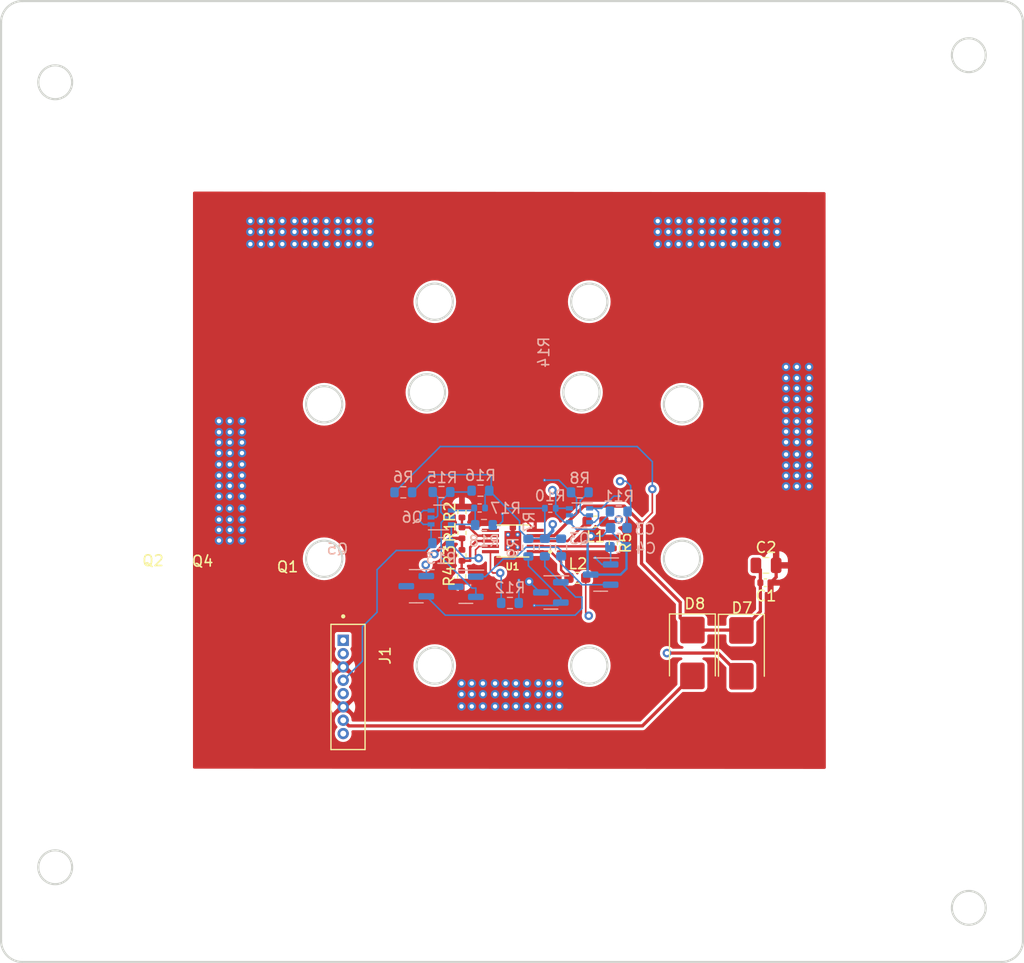
<source format=kicad_pcb>
(kicad_pcb (version 20221018) (generator pcbnew)
  (layers (0 "F.Cu" signal) (1 "In1.Cu" power) (2 "In2.Cu" jumper) (3 "In3.Cu" signal) (4 "In4.Cu" signal) (5 "In5.Cu" signal) (6 "In6.Cu" signal) (31 "B.Cu" signal) (34 "B.Paste" user) (35 "F.Paste" user) (36 "B.SilkS" user "B.Silkscreen") (37 "F.SilkS" user "F.Silkscreen") (38 "B.Mask" user) (39 "F.Mask" user) (44 "Edge.Cuts" user))
  (net 0 "")
  (net 1 "Net-(D7-K)")
  (net 2 "GND")
  (net 3 "Net-(Q2-G)")
  (net 4 "Net-(Q5-G)")
  (net 5 "+3.3V")
  (net 6 "VBATT")
  (net 7 "SCL1_b4iso")
  (net 8 "/VBURN")
  (net 9 "/VSOLAR")
  (net 10 "SDA1_b4iso")
  (net 11 "/coils")
  (net 12 "Net-(U1-OUT1)")
  (net 13 "Net-(U1-OUT2)")
  (net 14 "Net-(Q1-G)")
  (net 15 "Net-(Q1-S)")
  (net 16 "Net-(Q3A-B1)")
  (net 17 "SCL")
  (net 18 "Net-(Q4-G)")
  (net 19 "Net-(Q4-S)")
  (net 20 "Net-(Q6A-B1)")
  (net 21 "SDA")
  (net 22 "Net-(U1-A0)")
  (net 23 "Net-(U1-A1)")
  (net 24 "Net-(U1-ISENSE)")
  (footprint "Inductor_SMD:L_0603_1608Metric" (layer "F.Cu") (at 160.3755 98.9076 180)
    (fp_text reference "L1")
    (fp_text value "TBD" hide)
  )
  (footprint "Inductor_SMD:L_0603_1608Metric" (layer "F.Cu") (at 158.6738 104.1908 180)
    (fp_text reference "L2")
    (fp_text value "TBD" hide)
  )
  (footprint "Resistor_SMD:R_0402_1005Metric" (layer "F.Cu") (at 162.052 100.9142 90)
    (fp_text reference "R5")
    (fp_text value "0" hide)
  )
  (footprint "Diode_SMD:D_SMB" (layer "F.Cu") (at 169.4688 111.243 -90)
    (fp_text reference "D8")
    (fp_text value "B220")
  )
  (footprint "Resistor_SMD:R_0402_1005Metric" (layer "F.Cu") (at 147.8449 99.9744 -90)
    (fp_text reference "R1")
    (fp_text value "0" hide)
  )
  (footprint "0530470810:MOLEX_0530470810" (layer "F.Cu") (at 137.1528 114.4316 -90)
    (fp_text reference "J1")
    (fp_text value "0530470810")
  )
  (footprint "Diode_SMD:D_SMB" (layer "F.Cu") (at 174.0662 111.2774 -90)
    (fp_text reference "D7")
    (fp_text value "B220")
  )
  (footprint "Resistor_SMD:R_0402_1005Metric" (layer "F.Cu") (at 147.8195 104.0384 90)
    (fp_text reference "R4")
    (fp_text value "0" hide)
  )
  (footprint "Resistor_SMD:R_0402_1005Metric" (layer "F.Cu") (at 147.8449 102.0826 90)
    (fp_text reference "R3")
    (fp_text value "0" hide)
  )
  (footprint "Resistor_SMD:R_0402_1005Metric" (layer "F.Cu") (at 147.8449 98.0186 -90)
    (fp_text reference "R2")
    (fp_text value "0" hide)
  )
  (footprint "Capacitor_SMD:C_0805_2012Metric" (layer "F.Cu") (at 176.3776 103.0224)
    (fp_text reference "C2")
    (fp_text value "10uF" hide)
  )
  (footprint "Capacitor_SMD:C_0402_1005Metric" (layer "F.Cu") (at 176.3268 104.648)
    (fp_text reference "C1")
    (fp_text value "0.1uF" hide)
  )
  (footprint "DRV8830DGQ:IC_XTR111AIDGQR" (layer "F.Cu") (at 152.6201 100.7364 180)
    (fp_text reference "U1")
    (fp_text value "DRV8830DGQ" hide)
  )
  (footprint "Capacitor_SMD:C_0603_1608Metric" (layer "B.Cu") (at 162.5092 101.2952)
    (fp_text reference "C4")
    (fp_text value "10nF" hide)
  )
  (footprint "Package_TO_SOT_SMD:SOT-23" (layer "B.Cu") (at 160.8582 103.886 180)
    (fp_text reference "Q5")
    (fp_text value "BSS138" hide)
  )
  (footprint "Resistor_SMD:R_0603_1608Metric" (layer "B.Cu") (at 152.3492 106.553 180)
    (fp_text reference "R12")
    (fp_text value "0" hide)
  )
  (footprint "Package_TO_SOT_SMD:SOT-23" (layer "B.Cu") (at 156.1846 105.5624 180)
    (fp_text reference "Q1")
    (fp_text value "BSS138" hide)
  )
  (footprint "Resistor_SMD:R_0402_1005Metric" (layer "B.Cu") (at 149.5044 97.6376)
    (fp_text reference "R17")
    (fp_text value "10K" hide)
  )
  (footprint "Resistor_SMD:R_0402_1005Metric" (layer "B.Cu") (at 156.1338 97.663 180)
    (fp_text reference "R10")
    (fp_text value "10K" hide)
  )
  (footprint "Resistor_SMD:R_0603_1608Metric" (layer "B.Cu") (at 149.5806 96.012 180)
    (fp_text reference "R16")
    (fp_text value "10K" hide)
  )
  (footprint "Resistor_SMD:R_0603_1608Metric" (layer "B.Cu") (at 155.6258 101.346 90)
    (fp_text reference "R7")
    (fp_text value "10K" hide)
  )
  (footprint "Resistor_SMD:R_0603_1608Metric" (layer "B.Cu") (at 154.0764 101.3592 -90)
    (fp_text reference "R9")
    (fp_text value "10K" hide)
  )
  (footprint "Capacitor_SMD:C_0603_1608Metric" (layer "B.Cu") (at 162.56 99.5172 180)
    (fp_text reference "C3")
    (fp_text value "10nF" hide)
  )
  (footprint "Package_TO_SOT_SMD:SOT-23" (layer "B.Cu") (at 148.209 105.029 180)
    (fp_text reference "Q4")
    (fp_text value "BSS138" hide)
  )
  (footprint "Resistor_SMD:R_0603_1608Metric" (layer "B.Cu") (at 162.56 97.9678 180)
    (fp_text reference "R11")
    (fp_text value "100K" hide)
  )
  (footprint "Resistor_SMD:R_0603_1608Metric" (layer "B.Cu") (at 145.923 96.139)
    (fp_text reference "R15")
    (fp_text value "600" hide)
  )
  (footprint "Resistor_SMD:R_0603_1608Metric" (layer "B.Cu") (at 158.9024 96.1644)
    (fp_text reference "R8")
    (fp_text value "600" hide)
  )
  (footprint "Package_TO_SOT_SMD:SOT-23" (layer "B.Cu") (at 143.5608 104.9782 180)
    (fp_text reference "Q2")
    (fp_text value "BSS138" hide)
  )
  (footprint "Resistor_SMD:R_0603_1608Metric" (layer "B.Cu") (at 149.9108 99.2378 180)
    (fp_text reference "R18")
    (fp_text value "100K" hide)
  )
  (footprint "Resistor_SMD:R_0603_1608Metric" (layer "B.Cu") (at 145.8976 100.9396)
    (fp_text reference "R13")
    (fp_text value "0" hide)
  )
  (footprint "Resistor_SMD:R_0603_1608Metric" (layer "B.Cu") (at 142.3416 96.1644 180)
    (fp_text reference "R6")
    (fp_text value "0" hide)
  )
  (footprint "Package_TO_SOT_SMD:SOT-363_SC-70-6" (layer "B.Cu") (at 158.877 98.3234 180)
    (fp_text reference "Q3")
    (fp_text value "MBT2222ADW1T1" hide)
  )
  (footprint "Package_TO_SOT_SMD:SOT-363_SC-70-6" (layer "B.Cu") (at 145.8976 98.5266)
    (fp_text reference "Q6")
    (fp_text value "MBT2222ADW1T1" hide)
  )
  (footprint "Resistor_SMD:R_0603_1608Metric" (layer "B.Cu") (at 157.1498 101.346 90)
    (fp_text reference "R14")
    (fp_text value "10K" hide)
  )
  (gr_circle (center 159.059139 86.78514) (end 160.759139 86.78514) (stroke (width 0.2)) (fill none) (layer "Edge.Cuts"))
  (gr_circle (center 144.559139 86.78514) (end 146.259139 86.78514) (stroke (width 0.2)) (fill none) (layer "Edge.Cuts"))
  (gr_circle (center 109.6772 57.69) (end 111.2672 57.69) (stroke (width 0.2)) (fill none) (layer "Edge.Cuts"))
  (gr_line (start 200.4872 138.24) (end 200.4872 52.07) (stroke (width 0.2)) (layer "Edge.Cuts"))
  (gr_arc (start 200.4872 138.24) (mid 199.901414 139.654214) (end 198.4872 140.24) (stroke (width 0.2)) (layer "Edge.Cuts"))
  (gr_line (start 104.5972 52.07) (end 104.5972 138.24) (stroke (width 0.2)) (layer "Edge.Cuts"))
  (gr_circle (center 195.4072 135.16) (end 196.9972 135.16) (stroke (width 0.2)) (fill none) (layer "Edge.Cuts"))
  (gr_line (start 106.5972 140.24) (end 198.4872 140.24) (stroke (width 0.2)) (layer "Edge.Cuts"))
  (gr_circle (center 159.7922 112.426117) (end 161.4922 112.426117) (stroke (width 0.2)) (fill none) (layer "Edge.Cuts"))
  (gr_circle (center 168.491476 87.90565) (end 170.191476 87.90565) (stroke (width 0.2)) (fill none) (layer "Edge.Cuts"))
  (gr_arc (start 198.4872 50.07) (mid 199.901414 50.655786) (end 200.4872 52.07) (stroke (width 0.2)) (layer "Edge.Cuts"))
  (gr_circle (center 145.291955 78.283735) (end 146.991955 78.283735) (stroke (width 0.2)) (fill none) (layer "Edge.Cuts"))
  (gr_circle (center 134.913984 102.405286) (end 136.613984 102.405286) (stroke (width 0.2)) (fill none) (layer "Edge.Cuts"))
  (gr_circle (center 109.6772 131.35) (end 111.2672 131.35) (stroke (width 0.2)) (fill none) (layer "Edge.Cuts"))
  (gr_circle (center 145.2922 112.426117) (end 146.9922 112.426117) (stroke (width 0.2)) (fill none) (layer "Edge.Cuts"))
  (gr_circle (center 159.791955 78.283735) (end 161.491955 78.283735) (stroke (width 0.2)) (fill none) (layer "Edge.Cuts"))
  (gr_circle (center 195.4072 55.15) (end 196.9972 55.15) (stroke (width 0.2)) (fill none) (layer "Edge.Cuts"))
  (gr_circle (center 168.491476 102.40565) (end 170.191476 102.40565) (stroke (width 0.2)) (fill none) (layer "Edge.Cuts"))
  (gr_arc (start 106.5972 140.24) (mid 105.182986 139.654214) (end 104.5972 138.24) (stroke (width 0.2)) (layer "Edge.Cuts"))
  (gr_circle (center 134.913984 87.905286) (end 136.613984 87.905286) (stroke (width 0.2)) (fill none) (layer "Edge.Cuts"))
  (gr_arc (start 104.5972 52.07) (mid 105.182986 50.655786) (end 106.5972 50.07) (stroke (width 0.2)) (layer "Edge.Cuts"))
  (gr_line (start 198.4872 50.07) (end 106.5972 50.07) (stroke (width 0.2)) (layer "Edge.Cuts"))
  (segment (start 169.4688 109.093) (end 174.0318 109.093) (width 0.3048) (layer "F.Cu") (net 1))
  (segment (start 175.8468 104.648) (end 175.8468 103.4416) (width 0.3048) (layer "F.Cu") (net 1))
  (segment (start 164.6936 102.8446) (end 164.6936 99.0854) (width 0.3048) (layer "F.Cu") (net 1))
  (segment (start 165.7096 98.0694) (end 164.6936 99.0854) (width 0.1524) (layer "F.Cu") (net 1))
  (segment (start 159.2834 97.4598) (end 156.5068 100.2364) (width 0.3048) (layer "F.Cu") (net 1))
  (segment (start 156.5068 100.2364) (end 154.7201 100.2364) (width 0.3048) (layer "F.Cu") (net 1))
  (segment (start 174.0662 109.1274) (end 175.8468 107.3468) (width 0.3048) (layer "F.Cu") (net 1))
  (segment (start 174.0318 109.093) (end 174.0662 109.1274) (width 0.3048) (layer "F.Cu") (net 1))
  (segment (start 168.3258 107.95) (end 168.3258 106.4768) (width 0.3048) (layer "F.Cu") (net 1))
  (segment (start 164.6936 99.0854) (end 163.068 97.4598) (width 0.3048) (layer "F.Cu") (net 1))
  (segment (start 165.7096 95.8596) (end 165.7096 98.0694) (width 0.1524) (layer "F.Cu") (net 1))
  (segment (start 175.8468 103.4416) (end 175.4276 103.0224) (width 0.3048) (layer "F.Cu") (net 1))
  (segment (start 168.3258 106.4768) (end 164.6936 102.8446) (width 0.3048) (layer "F.Cu") (net 1))
  (segment (start 175.8468 107.3468) (end 175.8468 104.648) (width 0.3048) (layer "F.Cu") (net 1))
  (segment (start 169.4688 109.093) (end 168.3258 107.95) (width 0.3048) (layer "F.Cu") (net 1))
  (segment (start 163.068 97.4598) (end 159.2834 97.4598) (width 0.3048) (layer "F.Cu") (net 1))
  (via (at 165.7096 95.8596) (size 0.8) (drill 0.4) (layers "F.Cu" "B.Cu") (net 1))
  (segment (start 164.2872 91.8718) (end 165.7096 93.2942) (width 0.1524) (layer "B.Cu") (net 1))
  (segment (start 165.7096 93.2942) (end 165.7096 95.8596) (width 0.1524) (layer "B.Cu") (net 1))
  (segment (start 141.5166 96.1644) (end 145.8092 91.8718) (width 0.1524) (layer "B.Cu") (net 1))
  (segment (start 145.8092 91.8718) (end 164.2872 91.8718) (width 0.1524) (layer "B.Cu") (net 1))
  (segment (start 136.7028 116.3066) (end 125.0442 104.648) (width 0.1524) (layer "F.Cu") (net 2))
  (segment (start 154.7201 99.7364) (end 152.4923 97.5086) (width 0.1524) (layer "F.Cu") (net 2))
  (segment (start 160.0757 100.4042) (end 159.9438 100.2723) (width 0.1524) (layer "F.Cu") (net 2))
  (segment (start 177.3276 104.1272) (end 176.8068 104.648) (width 0.3048) (layer "F.Cu") (net 2))
  (segment (start 125.0442 104.648) (end 125.0442 100.6856) (width 0.1524) (layer "F.Cu") (net 2))
  (segment (start 177.3276 103.0224) (end 177.3276 104.1272) (width 0.3048) (layer "F.Cu") (net 2))
  (segment (start 127.2032 103.057) (end 127.2032 100.6856) (width 0.1524) (layer "F.Cu") (net 2))
  (segment (start 152.4923 97.5086) (end 147.8449 97.5086) (width 0.1524) (layer "F.Cu") (net 2))
  (segment (start 136.7028 112.5566) (end 127.2032 103.057) (width 0.1524) (layer "F.Cu") (net 2))
  (segment (start 162.052 100.4042) (end 160.0757 100.4042) (width 0.1524) (layer "F.Cu") (net 2))
  (via (at 156.0068 116.2558) (size 0.8) (drill 0.4) (layers "F.Cu" "B.Cu") (net 2))
  (via (at 178.2572 87.4014) (size 0.8) (drill 0.4) (layers "F.Cu" "B.Cu") (net 2))
  (via (at 148.7678 114.0968) (size 0.8) (drill 0.4) (layers "F.Cu" "B.Cu") (net 2))
  (via (at 167.2082 71.7296) (size 0.8) (drill 0.4) (layers "F.Cu" "B.Cu") (net 2))
  (via (at 180.4162 84.4042) (size 0.8) (drill 0.4) (layers "F.Cu" "B.Cu") (net 2))
  (via (at 180.4162 93.6498) (size 0.8) (drill 0.4) (layers "F.Cu" "B.Cu") (net 2))
  (via (at 155.0162 114.0968) (size 0.8) (drill 0.4) (layers "F.Cu" "B.Cu") (net 2))
  (via (at 126.0602 99.695) (size 0.8) (drill 0.4) (layers "F.Cu" "B.Cu") (net 2))
  (via (at 177.419 70.7136) (size 0.8) (drill 0.4) (layers "F.Cu" "B.Cu") (net 2))
  (via (at 153.9494 114.0968) (size 0.8) (drill 0.4) (layers "F.Cu" "B.Cu") (net 2))
  (via (at 179.2732 93.6498) (size 0.8) (drill 0.4) (layers "F.Cu" "B.Cu") (net 2))
  (via (at 170.3578 70.7136) (size 0.8) (drill 0.4) (layers "F.Cu" "B.Cu") (net 2))
  (via (at 137.1854 71.7296) (size 0.8) (drill 0.4) (layers "F.Cu" "B.Cu") (net 2))
  (via (at 152.908 116.2558) (size 0.8) (drill 0.4) (layers "F.Cu" "B.Cu") (net 2))
  (via (at 126.0602 95.5548) (size 0.8) (drill 0.4) (layers "F.Cu" "B.Cu") (net 2))
  (via (at 180.4162 94.615) (size 0.8) (drill 0.4) (layers "F.Cu" "B.Cu") (net 2))
  (via (at 150.9522 116.2558) (size 0.8) (drill 0.4) (layers "F.Cu" "B.Cu") (net 2))
  (via (at 172.3136 72.8726) (size 0.8) (drill 0.4) (layers "F.Cu" "B.Cu") (net 2))
  (via (at 169.2148 71.7296) (size 0.8) (drill 0.4) (layers "F.Cu" "B.Cu") (net 2))
  (via (at 148.7678 115.1128) (size 0.8) (drill 0.4) (layers "F.Cu" "B.Cu") (net 2))
  (via (at 132.1308 71.7296) (size 0.8) (drill 0.4) (layers "F.Cu" "B.Cu") (net 2))
  (via (at 170.3578 72.8726) (size 0.8) (drill 0.4) (layers "F.Cu" "B.Cu") (net 2))
  (via (at 168.1734 71.7296) (size 0.8) (drill 0.4) (layers "F.Cu" "B.Cu") (net 2))
  (via (at 132.1308 72.8726) (size 0.8) (drill 0.4) (layers "F.Cu" "B.Cu") (net 2))
  (via (at 180.4162 89.5096) (size 0.8) (drill 0.4) (layers "F.Cu" "B.Cu") (net 2))
  (via (at 171.3484 72.8726) (size 0.8) (drill 0.4) (layers "F.Cu" "B.Cu") (net 2))
  (via (at 168.1734 70.7136) (size 0.8) (drill 0.4) (layers "F.Cu" "B.Cu") (net 2))
  (via (at 133.1214 72.8726) (size 0.8) (drill 0.4) (layers "F.Cu" "B.Cu") (net 2))
  (via (at 135.128 71.7296) (size 0.8) (drill 0.4) (layers "F.Cu" "B.Cu") (net 2))
  (via (at 153.9494 115.1128) (size 0.8) (drill 0.4) (layers "F.Cu" "B.Cu") (net 2))
  (via (at 129.9464 71.7296) (size 0.8) (drill 0.4) (layers "F.Cu" "B.Cu") (net 2))
  (via (at 127.2032 93.5482) (size 0.8) (drill 0.4) (layers "F.Cu" "B.Cu") (net 2))
  (via (at 178.2572 89.5096) (size 0.8) (drill 0.4) (layers "F.Cu" "B.Cu") (net 2))
  (via (at 178.2572 91.4654) (size 0.8) (drill 0.4) (layers "F.Cu" "B.Cu") (net 2))
  (via (at 147.8026 116.2558) (size 0.8) (drill 0.4) (layers "F.Cu" "B.Cu") (net 2))
  (via (at 125.0442 96.5454) (size 0.8) (drill 0.4) (layers "F.Cu" "B.Cu") (net 2))
  (via (at 174.4218 70.7136) (size 0.8) (drill 0.4) (layers "F.Cu" "B.Cu") (net 2))
  (via (at 126.0602 94.5896) (size 0.8) (drill 0.4) (layers "F.Cu" "B.Cu") (net 2))
  (via (at 130.9878 70.7136) (size 0.8) (drill 0.4) (layers "F.Cu" "B.Cu") (net 2))
  (via (at 135.128 70.7136) (size 0.8) (drill 0.4) (layers "F.Cu" "B.Cu") (net 2))
  (via (at 127.2032 98.7298) (size 0.8) (drill 0.4) (layers "F.Cu" "B.Cu") (net 2))
  (via (at 179.2732 92.6084) (size 0.8) (drill 0.4) (layers "F.Cu" "B.Cu") (net 2))
  (via (at 153.9494 116.2558) (size 0.8) (drill 0.4) (layers "F.Cu" "B.Cu") (net 2))
  (via (at 156.0068 115.1128) (size 0.8) (drill 0.4) (layers "F.Cu" "B.Cu") (net 2))
  (via (at 126.0602 93.5482) (size 0.8) (drill 0.4) (layers "F.Cu" "B.Cu") (net 2))
  (via (at 127.9906 71.7296) (size 0.8) (drill 0.4) (layers "F.Cu" "B.Cu") (net 2))
  (via (at 127.2032 92.4814) (size 0.8) (drill 0.4) (layers "F.Cu" "B.Cu") (net 2))
  (via (at 172.3136 71.7296) (size 0.8) (drill 0.4) (layers "F.Cu" "B.Cu") (net 2))
  (via (at 126.0602 90.5256) (size 0.8) (drill 0.4) (layers "F.Cu" "B.Cu") (net 2))
  (via (at 127.2032 89.4842) (size 0.8) (drill 0.4) (layers "F.Cu" "B.Cu") (net 2))
  (via (at 178.2572 94.615) (size 0.8) (drill 0.4) (layers "F.Cu" "B.Cu") (net 2))
  (via (at 134.0866 72.8726) (size 0.8) (drill 0.4) (layers "F.Cu" "B.Cu") (net 2))
  (via (at 152.908 115.1128) (size 0.8) (drill 0.4) (layers "F.Cu" "B.Cu") (net 2))
  (via (at 138.1506 70.7136) (size 0.8) (drill 0.4) (layers "F.Cu" "B.Cu") (net 2))
  (via (at 175.4124 70.7136) (size 0.8) (drill 0.4) (layers "F.Cu" "B.Cu") (net 2))
  (via (at 128.9812 70.7136) (size 0.8) (drill 0.4) (layers "F.Cu" "B.Cu") (net 2))
  (via (at 177.419 71.7296) (size 0.8) (drill 0.4) (layers "F.Cu" "B.Cu") (net 2))
  (via (at 136.1948 72.8726) (size 0.8) (drill 0.4) (layers "F.Cu" "B.Cu") (net 2))
  (via (at 178.2572 86.4108) (size 0.8) (drill 0.4) (layers "F.Cu" "B.Cu") (net 2))
  (via (at 127.2032 97.6884) (size 0.8) (drill 0.4) (layers "F.Cu" "B.Cu") (net 2))
  (via (at 159.9438 100.2723) (size 0.8) (drill 0.4) (layers "F.Cu" "B.Cu") (net 2))
  (via (at 136.1948 71.7296) (size 0.8) (drill 0.4) (layers "F.Cu" "B.Cu") (net 2))
  (via (at 180.4162 87.4014) (size 0.8) (drill 0.4) (layers "F.Cu" "B.Cu") (net 2))
  (via (at 127.2032 90.5256) (size 0.8) (drill 0.4) (layers "F.Cu" "B.Cu") (net 2))
  (via (at 154.1526 104.5464) (size 0.8) (drill 0.4) (layers "F.Cu" "B.Cu") (net 2))
  (via (at 134.0866 70.7136) (size 0.8) (drill 0.4) (layers "F.Cu" "B.Cu") (net 2))
  (via (at 180.4162 95.6056) (size 0.8) (drill 0.4) (layers "F.Cu" "B.Cu") (net 2))
  (via (at 156.0068 114.0968) (size 0.8) (drill 0.4) (layers "F.Cu" "B.Cu") (net 2))
  (via (at 150.9522 114.0968) (size 0.8) (drill 0.4) (layers "F.Cu" "B.Cu") (net 2))
  (via (at 130.9878 71.7296) (size 0.8) (drill 0.4) (layers "F.Cu" "B.Cu") (net 2))
  (via (at 127.2032 96.5454) (size 0.8) (drill 0.4) (layers "F.Cu" "B.Cu") (net 2))
  (via (at 125.0442 92.4814) (size 0.8) (drill 0.4) (layers "F.Cu" "B.Cu") (net 2))
  (via (at 176.3776 70.7136) (size 0.8) (drill 0.4) (layers "F.Cu" "B.Cu") (net 2))
  (via (at 132.1308 70.7136) (size 0.8) (drill 0.4) (layers "F.Cu" "B.Cu") (net 2))
  (via (at 149.8092 116.2558) (size 0.8) (drill 0.4) (layers "F.Cu" "B.Cu") (net 2))
  (via (at 178.2572 93.6498) (size 0.8) (drill 0.4) (layers "F.Cu" "B.Cu") (net 2))
  (via (at 179.2732 85.4456) (size 0.8) (drill 0.4) (layers "F.Cu" "B.Cu") (net 2))
  (via (at 138.1506 71.7296) (size 0.8) (drill 0.4) (layers "F.Cu" "B.Cu") (net 2))
  (via (at 151.9428 114.0968) (size 0.8) (drill 0.4) (layers "F.Cu" "B.Cu") (net 2))
  (via (at 173.355 72.8726) (size 0.8) (drill 0.4) (layers "F.Cu" "B.Cu") (net 2))
  (via (at 179.2732 90.4748) (size 0.8) (drill 0.4) (layers "F.Cu" "B.Cu") (net 2))
  (via (at 178.2572 92.6084) (size 0.8) (drill 0.4) (layers "F.Cu" "B.Cu") (net 2))
  (via (at 171.3484 71.7296) (size 0.8) (drill 0.4) (layers "F.Cu" "B.Cu") (net 2))
  (via (at 125.0442 89.4842) (size 0.8) (drill 0.4) (layers "F.Cu" "B.Cu") (net 2))
  (via (at 149.8092 114.0968) (size 0.8) (drill 0.4) (layers "F.Cu" "B.Cu") (net 2))
  (via (at 156.972 115.1128) (size 0.8) (drill 0.4) (layers "F.Cu" "B.Cu") (net 2))
  (via (at 133.1214 71.7296) (size 0.8) (drill 0.4) (layers "F.Cu" "B.Cu") (net 2))
  (via (at 179.2732 84.4042) (size 0.8) (drill 0.4) (layers "F.Cu" "B.Cu") (net 2))
  (via (at 126.0602 89.4842) (size 0.8) (drill 0.4) (layers "F.Cu" "B.Cu") (net 2))
  (via (at 137.1854 70.7136) (size 0.8) (drill 0.4) (layers "F.Cu" "B.Cu") (net 2))
  (via (at 125.0442 90.5256) (size 0.8) (drill 0.4) (layers "F.Cu" "B.Cu") (net 2))
  (via (at 174.4218 72.8726) (size 0.8) (drill 0.4) (layers "F.Cu" "B.Cu") (net 2))
  (via (at 127.9906 72.8726) (size 0.8) (drill 0.4) (layers "F.Cu" "B.Cu") (net 2))
  (via (at 151.9428 115.1128) (size 0.8) (drill 0.4) (layers "F.Cu" "B.Cu") (net 2))
  (via (at 139.192 72.8726) (size 0.8) (drill 0.4) (layers "F.Cu" "B.Cu") (net 2))
  (via (at 175.4124 72.8726) (size 0.8) (drill 0.4) (layers "F.Cu" "B.Cu") (net 2))
  (via (at 168.1734 72.8726) (size 0.8) (drill 0.4) (layers "F.Cu" "B.Cu") (net 2))
  (via (at 126.0602 92.4814) (size 0.8) (drill 0.4) (layers "F.Cu" "B.Cu") (net 2))
  (via (at 127.2032 94.5896) (size 0.8) (drill 0.4) (layers "F.Cu" "B.Cu") (net 2))
  (via (at 127.9906 70.7136) (size 0.8) (drill 0.4) (layers "F.Cu" "B.Cu") (net 2))
  (via (at 129.9464 70.7136) (size 0.8) (drill 0.4) (layers "F.Cu" "B.Cu") (net 2))
  (via (at 135.128 72.8726) (size 0.8) (drill 0.4) (layers "F.Cu" "B.Cu") (net 2))
  (via (at 155.0162 116.2558) (size 0.8) (drill 0.4) (layers "F.Cu" "B.Cu") (net 2))
  (via (at 171.3484 70.7136) (size 0.8) (drill 0.4) (layers "F.Cu" "B.Cu") (net 2))
  (via (at 137.1854 72.8726) (size 0.8) (drill 0.4) (layers "F.Cu" "B.Cu") (net 2))
  (via (at 179.2732 94.615) (size 0.8) (drill 0.4) (layers "F.Cu" "B.Cu") (net 2))
  (via (at 134.0866 71.7296) (size 0.8) (drill 0.4) (layers "F.Cu" "B.Cu") (net 2))
  (via (at 156.972 116.2558) (size 0.8) (drill 0.4) (layers "F.Cu" "B.Cu") (net 2))
  (via (at 136.1948 70.7136) (size 0.8) (drill 0.4) (layers "F.Cu" "B.Cu") (net 2))
  (via (at 169.2148 70.7136) (size 0.8) (drill 0.4) (layers "F.Cu" "B.Cu") (net 2))
  (via (at 167.2082 70.7136) (size 0.8) (drill 0.4) (layers "F.Cu" "B.Cu") (net 2))
  (via (at 180.4162 85.4456) (size 0.8) (drill 0.4) (layers "F.Cu" "B.Cu") (net 2))
  (via (at 126.0602 91.4908) (size 0.8) (drill 0.4) (layers "F.Cu" "B.Cu") (net 2))
  (via (at 178.2572 84.4042) (size 0.8) (drill 0.4) (layers "F.Cu" "B.Cu") (net 2))
  (via (at 126.0602 100.6856) (size 0.8) (drill 0.4) (layers "F.Cu" "B.Cu") (net 2))
  (via (at 139.192 71.7296) (size 0.8) (drill 0.4) (layers "F.Cu" "B.Cu") (net 2))
  (via (at 180.4162 90.4748) (size 0.8) (drill 0.4) (layers "F.Cu" "B.Cu") (net 2))
  (via (at 133.1214 70.7136) (size 0.8) (drill 0.4) (layers "F.Cu" "B.Cu") (net 2))
  (via (at 127.2032 100.6856) (size 0.8) (drill 0.4) (layers "F.Cu" "B.Cu") (net 2))
  (via (at 147.8026 114.0968) (size 0.8) (drill 0.4) (layers "F.Cu" "B.Cu") (net 2))
  (via (at 127.2032 99.695) (size 0.8) (drill 0.4) (layers "F.Cu" "B.Cu") (net 2))
  (via (at 125.0442 98.7298) (size 0.8) (drill 0.4) (layers "F.Cu" "B.Cu") (net 2))
  (via (at 128.9812 71.7296) (size 0.8) (drill 0.4) (layers "F.Cu" "B.Cu") (net 2))
  (via (at 130.9878 72.8726) (size 0.8) (drill 0.4) (layers "F.Cu" "B.Cu") (net 2))
  (via (at 126.0602 98.7298) (size 0.8) (drill 0.4) (layers "F.Cu" "B.Cu") (net 2))
  (via (at 176.3776 71.7296) (size 0.8) (drill 0.4) (layers "F.Cu" "B.Cu") (net 2))
  (via (at 175.4124 71.7296) (size 0.8) (drill 0.4) (layers "F.Cu" "B.Cu") (net 2))
  (via (at 177.419 72.8726) (size 0.8) (drill 0.4) (layers "F.Cu" "B.Cu") (net 2))
  (via (at 139.192 70.7136) (size 0.8) (drill 0.4) (layers "F.Cu" "B.Cu") (net 2))
  (via (at 166.2176 71.7296) (size 0.8) (drill 0.4) (layers "F.Cu" "B.Cu") (net 2))
  (via (at 173.355 71.7296) (size 0.8) (drill 0.4) (layers "F.Cu" "B.Cu") (net 2))
  (via (at 152.908 114.0968) (size 0.8) (drill 0.4) (layers "F.Cu" "B.Cu") (net 2))
  (via (at 148.7678 116.2558) (size 0.8) (drill 0.4) (layers "F.Cu" "B.Cu") (net 2))
  (via (at 126.0602 96.5454) (size 0.8) (drill 0.4) (layers "F.Cu" "B.Cu") (net 2))
  (via (at 170.3578 71.7296) (size 0.8) (drill 0.4) (layers "F.Cu" "B.Cu") (net 2))
  (via (at 125.0442 100.6856) (size 0.8) (drill 0.4) (layers "F.Cu" "B.Cu") (net 2))
  (via (at 178.2572 95.6056) (size 0.8) (drill 0.4) (layers "F.Cu" "B.Cu") (net 2))
  (via (at 125.0442 94.5896) (size 0.8) (drill 0.4) (layers "F.Cu" "B.Cu") (net 2))
  (via (at 125.0442 91.4908) (size 0.8) (drill 0.4) (layers "F.Cu" "B.Cu") (net 2))
  (via (at 155.0162 115.1128) (size 0.8) (drill 0.4) (layers "F.Cu" "B.Cu") (net 2))
  (via (at 127.2032 95.5548) (size 0.8) (drill 0.4) (layers "F.Cu" "B.Cu") (net 2))
  (via (at 180.4162 91.4654) (size 0.8) (drill 0.4) (layers "F.Cu" "B.Cu") (net 2))
  (via (at 125.0442 93.5482) (size 0.8) (drill 0.4) (layers "F.Cu" "B.Cu") (net 2))
  (via (at 180.4162 88.4682) (size 0.8) (drill 0.4) (layers "F.Cu" "B.Cu") (net 2))
  (via (at 138.1506 72.8726) (size 0.8) (drill 0.4) (layers "F.Cu" "B.Cu") (net 2))
  (via (at 179.2732 95.6056) (size 0.8) (drill 0.4) (layers "F.Cu" "B.Cu") (net 2))
  (via (at 126.0602 97.6884) (size 0.8) (drill 0.4) (layers "F.Cu" "B.Cu") (net 2))
  (via (at 147.8026 115.1128) (size 0.8) (drill 0.4) (layers "F.Cu" "B.Cu") (net 2))
  (via (at 166.2176 72.8726) (size 0.8) (drill 0.4) (layers "F.Cu" "B.Cu") (net 2))
  (via (at 176.3776 72.8726) (size 0.8) (drill 0.4) (layers "F.Cu" "B.Cu") (net 2))
  (via (at 180.4162 86.4108) (size 0.8) (drill 0.4) (layers "F.Cu" "B.Cu") (net 2))
  (via (at 179.2732 89.5096) (size 0.8) (drill 0.4) (layers "F.Cu" "B.Cu") (net 2))
  (via (at 178.2572 88.4682) (size 0.8) (drill 0.4) (layers "F.Cu" "B.Cu") (net 2))
  (via (at 127.2032 91.4908) (size 0.8) (drill 0.4) (layers "F.Cu" "B.Cu") (net 2))
  (via (at 150.9522 115.1128) (size 0.8) (drill 0.4) (layers "F.Cu" "B.Cu") (net 2))
  (via (at 179.2732 88.4682) (size 0.8) (drill 0.4) (layers "F.Cu" "B.Cu") (net 2))
  (via (at 125.0442 97.6884) (size 0.8) (drill 0.4) (layers "F.Cu" "B.Cu") (net 2))
  (via (at 174.4218 71.7296) (size 0.8) (drill 0.4) (layers "F.Cu" "B.Cu") (net 2))
  (via (at 128.9812 72.8726) (size 0.8) (drill 0.4) (layers "F.Cu" "B.Cu") (net 2))
  (via (at 149.8092 115.1128) (size 0.8) (drill 0.4) (layers "F.Cu" "B.Cu") (net 2))
  (via (at 129.9464 72.8726) (size 0.8) (drill 0.4) (layers "F.Cu" "B.Cu") (net 2))
  (via (at 169.2148 72.8726) (size 0.8) (drill 0.4) (layers "F.Cu" "B.Cu") (net 2))
  (via (at 167.2082 72.8726) (size 0.8) (drill 0.4) (layers "F.Cu" "B.Cu") (net 2))
  (via (at 125.0442 95.5548) (size 0.8) (drill 0.4) (layers "F.Cu" "B.Cu") (net 2))
  (via (at 172.3136 70.7136) (size 0.8) (drill 0.4) (layers "F.Cu" "B.Cu") (net 2))
  (via (at 173.355 70.7136) (size 0.8) (drill 0.4) (layers "F.Cu" "B.Cu") (net 2))
  (via (at 156.972 114.0968) (size 0.8) (drill 0.4) (layers "F.Cu" "B.Cu") (net 2))
  (via (at 178.2572 90.4748) (size 0.8) (drill 0.4) (layers "F.Cu" "B.Cu") (net 2))
  (via (at 179.2732 87.4014) (size 0.8) (drill 0.4) (layers "F.Cu" "B.Cu") (net 2))
  (via (at 178.2572 85.4456) (size 0.8) (drill 0.4) (layers "F.Cu" "B.Cu") (net 2))
  (via (at 151.9428 116.2558) (size 0.8) (drill 0.4) (layers "F.Cu" "B.Cu") (net 2))
  (via (at 125.0442 99.695) (size 0.8) (drill 0.4) (layers "F.Cu" "B.Cu") (net 2))
  (via (at 179.2732 86.4108) (size 0.8) (drill 0.4) (layers "F.Cu" "B.Cu") (net 2))
  (via (at 179.2732 91.4654) (size 0.8) (drill 0.4) (layers "F.Cu" "B.Cu") (net 2))
  (via (at 166.2176 70.7136) (size 0.8) (drill 0.4) (layers "F.Cu" "B.Cu") (net 2))
  (via (at 180.4162 92.6084) (size 0.8) (drill 0.4) (layers "F.Cu" "B.Cu") (net 2))
  (segment (start 162.7378 103.886) (end 163.2842 103.3396) (width 0.2286) (layer "B.Cu") (net 2))
  (segment (start 154.1526 104.5464) (end 155.1686 105.5624) (width 0.1524) (layer "B.Cu") (net 2))
  (segment (start 161.785 99.796) (end 163.2842 101.2952) (width 0.1524) (layer "B.Cu") (net 2))
  (segment (start 161.0299 100.2723) (end 159.9438 100.2723) (width 0.1524) (layer "B.Cu") (net 2))
  (segment (start 159.9207 103.886) (end 162.7378 103.886) (width 0.2286) (layer "B.Cu") (net 2))
  (segment (start 159.639 100.5771) (end 159.639 103.6043) (width 0.2286) (layer "B.Cu") (net 2))
  (segment (start 161.785 99.5172) (end 161.0299 100.2723) (width 0.1524) (layer "B.Cu") (net 2))
  (segment (start 161.785 99.5172) (end 161.785 99.796) (width 0.1524) (layer "B.Cu") (net 2))
  (segment (start 155.1686 105.5624) (end 155.2471 105.5624) (width 0.1524) (layer "B.Cu") (net 2))
  (segment (start 163.2842 103.3396) (end 163.2842 101.2952) (width 0.2286) (layer "B.Cu") (net 2))
  (segment (start 159.9438 100.2723) (end 159.639 100.5771) (width 0.2286) (layer "B.Cu") (net 2))
  (segment (start 159.639 103.6043) (end 159.9207 103.886) (width 0.2286) (layer "B.Cu") (net 2))
  (via (at 144.4498 102.9716) (size 0.8) (drill 0.4) (layers "F.Cu" "B.Cu") (net 3))
  (via (at 162.687 95.123) (size 0.8) (drill 0.4) (layers "F.Cu" "B.Cu") (net 3))
  (via (at 144.4498 102.9716) (size 0.8) (drill 0.4) (layers "F.Cu" "B.Cu") (net 3))
  (segment (start 163.335 99.5172) (end 163.335 98.0178) (width 0.1524) (layer "B.Cu") (net 3))
  (segment (start 144.4983 103.0201) (end 144.4498 102.9716) (width 0.1524) (layer "B.Cu") (net 3))
  (segment (start 163.6776 97.6752) (end 163.385 97.9678) (width 0.1524) (layer "B.Cu") (net 3))
  (segment (start 163.335 98.0178) (end 163.385 97.9678) (width 0.1524) (layer "B.Cu") (net 3))
  (segment (start 163.6776 95.5548) (end 163.6776 97.6752) (width 0.1524) (layer "B.Cu") (net 3))
  (segment (start 144.4983 104.0282) (end 144.5108 104.0282) (width 0.1524) (layer "B.Cu") (net 3))
  (segment (start 163.2458 95.123) (end 163.6776 95.5548) (width 0.1524) (layer "B.Cu") (net 3))
  (segment (start 162.687 95.123) (end 163.2458 95.123) (width 0.1524) (layer "B.Cu") (net 3))
  (segment (start 144.5108 104.0282) (end 144.526 104.013) (width 0.1524) (layer "B.Cu") (net 3))
  (segment (start 144.4983 104.0282) (end 144.4983 103.0201) (width 0.1524) (layer "B.Cu") (net 3))
  (via micro (at 151.638 98.1964) (size 0.3) (drill 0.1) (layers "In6.Cu" "B.Cu") (net 4))
  (via micro (at 160.3502 102.3112) (size 0.3) (drill 0.1) (layers "In6.Cu" "B.Cu") (net 4))
  (segment (start 160.3502 102.3112) (end 160.975 102.936) (width 0.1524) (layer "B.Cu") (net 4))
  (segment (start 150.7358 99.2378) (end 151.3078 99.2378) (width 0.1524) (layer "B.Cu") (net 4))
  (segment (start 161.7957 102.936) (end 161.7957 101.3567) (width 0.1524) (layer "B.Cu") (net 4))
  (segment (start 151.3078 99.2378) (end 151.6634 98.8822) (width 0.1524) (layer "B.Cu") (net 4))
  (segment (start 151.6634 98.8822) (end 151.6634 98.2218) (width 0.1524) (layer "B.Cu") (net 4))
  (segment (start 151.6634 98.2218) (end 151.638 98.1964) (width 0.1524) (layer "B.Cu") (net 4))
  (segment (start 160.975 102.936) (end 161.7957 102.936) (width 0.1524) (layer "B.Cu") (net 4))
  (segment (start 161.7957 101.3567) (end 161.7342 101.2952) (width 0.1524) (layer "B.Cu") (net 4))
  (segment (start 171.8908 111.252) (end 167.0812 111.252) (width 0.3048) (layer "F.Cu") (net 5))
  (segment (start 146.7447 100.4844) (end 147.8449 100.4844) (width 0.3048) (layer "F.Cu") (net 5))
  (segment (start 166.9542 111.252) (end 167.0812 111.252) (width 0.3048) (layer "F.Cu") (net 5))
  (segment (start 147.8449 101.5726) (end 147.8449 100.4844) (width 0.2286) (layer "F.Cu") (net 5))
  (segment (start 174.0662 113.4274) (end 171.8908 111.252) (width 0.3048) (layer "F.Cu") (net 5))
  (segment (start 145.2626 101.9665) (end 146.7447 100.4844) (width 0.3048) (layer "F.Cu") (net 5))
  (via (at 145.2626 101.9665) (size 0.8) (drill 0.4) (layers "F.Cu" "B.Cu") (net 5))
  (via (at 156.3624 99.1616) (size 0.8) (drill 0.4) (layers "F.Cu" "B.Cu") (net 5))
  (via (at 167.0812 111.252) (size 0.8) (drill 0.4) (layers "F.Cu" "B.Cu") (net 5))
  (segment (start 150.5966 95.821) (end 150.5966 94.5134) (width 0.1524) (layer "B.Cu") (net 5))
  (segment (start 153.2484 98.8548) (end 150.4056 96.012) (width 0.1524) (layer "B.Cu") (net 5))
  (segment (start 150.0144 96.4032) (end 150.0144 97.6376) (width 0.1524) (layer "B.Cu") (net 5))
  (segment (start 153.2484 99.7062) (end 153.2484 98.8548) (width 0.1524) (layer "B.Cu") (net 5))
  (segment (start 155.6238 97.663) (end 155.6238 100.519) (width 0.1524) (layer "B.Cu") (net 5))
  (segment (start 152.0566 97.663) (end 150.4056 96.012) (width 0.1524) (layer "B.Cu") (net 5))
  (segment (start 156.3624 99.7844) (end 155.6258 100.521) (width 0.3048) (layer "B.Cu") (net 5))
  (segment (start 144.8176 94.5134) (end 143.1666 96.1644) (width 0.1524) (layer "B.Cu") (net 5))
  (segment (start 157.1498 100.521) (end 154.0896 100.521) (width 0.1524) (layer "B.Cu") (net 5))
  (segment (start 156.3624 99.1616) (end 156.3624 99.7844) (width 0.3048) (layer "B.Cu") (net 5))
  (segment (start 150.4056 96.012) (end 150.0144 96.4032) (width 0.1524) (layer "B.Cu") (net 5))
  (segment (start 154.0896 100.521) (end 154.0764 100.5342) (width 0.1524) (layer "B.Cu") (net 5))
  (segment (start 150.5966 94.5134) (end 144.8176 94.5134) (width 0.1524) (layer "B.Cu") (net 5))
  (segment (start 150.4056 96.012) (end 150.5966 95.821) (width 0.1524) (layer "B.Cu") (net 5))
  (segment (start 154.0764 100.5342) (end 153.2484 99.7062) (width 0.1524) (layer "B.Cu") (net 5))
  (segment (start 155.6238 100.519) (end 155.6258 100.521) (width 0.1524) (layer "B.Cu") (net 5))
  (segment (start 155.6238 97.663) (end 152.0566 97.663) (width 0.1524) (layer "B.Cu") (net 5))
  (segment (start 137.231799 118.085599) (end 164.776201 118.085599) (width 0.3048) (layer "F.Cu") (net 6))
  (segment (start 164.776201 118.085599) (end 169.4688 113.393) (width 0.3048) (layer "F.Cu") (net 6))
  (segment (start 136.7028 117.5566) (end 137.231799 118.085599) (width 0.3048) (layer "F.Cu") (net 6))
  (via micro (at 153.1874 104.4194) (size 0.3) (drill 0.1) (layers "In6.Cu" "B.Cu") (net 7))
  (via micro (at 162.6108 96.52) (size 0.3) (drill 0.1) (layers "In6.Cu" "B.Cu") (net 7))
  (segment (start 160.2844 98.9734) (end 159.827 98.9734) (width 0.1524) (layer "B.Cu") (net 7))
  (segment (start 159.827 97.6734) (end 160.3044 97.6734) (width 0.1524) (layer "B.Cu") (net 7))
  (segment (start 160.655 98.024) (end 160.655 98.6028) (width 0.1524) (layer "B.Cu") (net 7))
  (segment (start 153.1874 106.5398) (end 153.1874 104.4194) (width 0.1524) (layer "B.Cu") (net 7))
  (segment (start 160.655 98.6028) (end 160.2844 98.9734) (width 0.1524) (layer "B.Cu") (net 7))
  (segment (start 162.6108 96.52) (end 162.101668 96.52) (width 0.1524) (layer "B.Cu") (net 7))
  (segment (start 160.3044 97.6734) (end 160.655 98.024) (width 0.1524) (layer "B.Cu") (net 7))
  (segment (start 153.1742 106.553) (end 153.1874 106.5398) (width 0.1524) (layer "B.Cu") (net 7))
  (segment (start 160.948268 97.6734) (end 159.827 97.6734) (width 0.1524) (layer "B.Cu") (net 7))
  (segment (start 162.101668 96.52) (end 160.948268 97.6734) (width 0.1524) (layer "B.Cu") (net 7))
  (segment (start 138.5062 108.7882) (end 138.5062 112.0032) (width 0.1524) (layer "B.Cu") (net 10))
  (segment (start 139.8778 103.4288) (end 139.8778 107.4166) (width 0.1524) (layer "B.Cu") (net 10))
  (segment (start 144.9476 97.8766) (end 144.2316 97.8766) (width 0.1524) (layer "B.Cu") (net 10))
  (segment (start 138.5062 112.0032) (end 136.7028 113.8066) (width 0.1524) (layer "B.Cu") (net 10))
  (segment (start 144.2212 97.8662) (end 143.891 98.1964) (width 0.1524) (layer "B.Cu") (net 10))
  (segment (start 145.0726 100.9396) (end 144.9476 100.8146) (width 0.1524) (layer "B.Cu") (net 10))
  (segment (start 144.2108 99.1766) (end 144.9476 99.1766) (width 0.1524) (layer "B.Cu") (net 10))
  (segment (start 145.0726 100.9396) (end 144.3868 101.6254) (width 0.1524) (layer "B.Cu") (net 10))
  (segment (start 144.2316 97.8766) (end 144.2212 97.8662) (width 0.1524) (layer "B.Cu") (net 10))
  (segment (start 144.3868 101.6254) (end 141.6812 101.6254) (width 0.1524) (layer "B.Cu") (net 10))
  (segment (start 139.8778 107.4166) (end 138.5062 108.7882) (width 0.1524) (layer "B.Cu") (net 10))
  (segment (start 144.9476 100.8146) (end 144.9476 99.1766) (width 0.1524) (layer "B.Cu") (net 10))
  (segment (start 143.891 98.8568) (end 144.2108 99.1766) (width 0.1524) (layer "B.Cu") (net 10))
  (segment (start 143.891 98.1964) (end 143.891 98.8568) (width 0.1524) (layer "B.Cu") (net 10))
  (segment (start 141.6812 101.6254) (end 139.8778 103.4288) (width 0.1524) (layer "B.Cu") (net 10))
  (segment (start 159.4613 107.4675) (end 159.4613 104.1908) (width 0.1524) (layer "F.Cu") (net 11))
  (segment (start 162.370899 98.9076) (end 162.560001 98.718498) (width 0.3048) (layer "F.Cu") (net 11))
  (segment (start 159.7406 107.7468) (end 159.4613 107.4675) (width 0.1524) (layer "F.Cu") (net 11))
  (segment (start 161.163 98.9076) (end 162.370899 98.9076) (width 0.3048) (layer "F.Cu") (net 11))
  (via (at 162.560001 98.718498) (size 0.8) (drill 0.4) (layers "F.Cu" "B.Cu") (net 11))
  (via (at 159.7406 107.7468) (size 0.8) (drill 0.4) (layers "F.Cu" "B.Cu") (net 11))
  (segment (start 154.7201 100.7364) (end 157.7592 100.7364) (width 0.2286) (layer "F.Cu") (net 12))
  (segment (start 157.7592 100.7364) (end 159.588 98.9076) (width 0.2286) (layer "F.Cu") (net 12))
  (segment (start 157.1498 102.7176) (end 156.1686 101.7364) (width 0.2286) (layer "F.Cu") (net 13))
  (segment (start 157.1498 103.4543) (end 157.1498 102.7176) (width 0.2286) (layer "F.Cu") (net 13))
  (segment (start 156.1686 101.7364) (end 154.7201 101.7364) (width 0.2286) (layer "F.Cu") (net 13))
  (segment (start 157.8863 104.1908) (end 157.1498 103.4543) (width 0.2286) (layer "F.Cu") (net 13))
  (segment (start 155.6258 103.124) (end 155.6258 102.171) (width 0.1524) (layer "B.Cu") (net 14))
  (segment (start 159.1056 105.9942) (end 158.5039 105.9942) (width 0.1524) (layer "B.Cu") (net 14))
  (segment (start 158.4706 107.696) (end 159.1056 107.061) (width 0.1524) (layer "B.Cu") (net 14))
  (segment (start 159.1056 107.061) (end 159.1056 105.9942) (width 0.1524) (layer "B.Cu") (net 14))
  (segment (start 157.1221 104.6124) (end 157.1142 104.6124) (width 0.1524) (layer "B.Cu") (net 14))
  (segment (start 144.5108 105.9282) (end 146.2786 107.696) (width 0.1524) (layer "B.Cu") (net 14))
  (segment (start 158.5039 105.9942) (end 157.1221 104.6124) (width 0.1524) (layer "B.Cu") (net 14))
  (segment (start 146.2786 107.696) (end 158.4706 107.696) (width 0.1524) (layer "B.Cu") (net 14))
  (segment (start 144.4983 105.9282) (end 144.5108 105.9282) (width 0.1524) (layer "B.Cu") (net 14))
  (segment (start 157.1142 104.6124) (end 155.6258 103.124) (width 0.1524) (layer "B.Cu") (net 14))
  (via micro (at 154.6352 106.7816) (size 0.3) (drill 0.1) (layers "In6.Cu" "B.Cu") (net 15))
  (via micro (at 155.6004 95.0214) (size 0.3) (drill 0.1) (layers "In6.Cu" "B.Cu") (net 15))
  (segment (start 158.5976 98.1302) (end 158.5976 96.6846) (width 0.1524) (layer "B.Cu") (net 15))
  (segment (start 154.0764 102.1842) (end 154.0764 103.051462) (width 0.1524) (layer "B.Cu") (net 15))
  (segment (start 157.927 98.3234) (end 158.4044 98.3234) (width 0.1524) (layer "B.Cu") (net 15))
  (segment (start 158.5976 96.6846) (end 158.0774 96.1644) (width 0.1524) (layer "B.Cu") (net 15))
  (segment (start 154.0764 103.051462) (end 157.1221 106.097162) (width 0.1524) (layer "B.Cu") (net 15))
  (segment (start 158.4044 98.3234) (end 158.5976 98.1302) (width 0.1524) (layer "B.Cu") (net 15))
  (segment (start 158.0774 96.1644) (end 156.9344 95.0214) (width 0.1524) (layer "B.Cu") (net 15))
  (segment (start 157.1221 106.097162) (end 157.1221 106.5124) (width 0.1524) (layer "B.Cu") (net 15))
  (segment (start 156.9344 95.0214) (end 155.6004 95.0214) (width 0.1524) (layer "B.Cu") (net 15))
  (segment (start 154.6352 106.7816) (end 156.8529 106.7816) (width 0.1524) (layer "B.Cu") (net 15))
  (segment (start 156.8529 106.7816) (end 157.1221 106.5124) (width 0.1524) (layer "B.Cu") (net 15))
  (segment (start 158.9532 97.9932) (end 158.9532 96.9386) (width 0.1524) (layer "B.Cu") (net 16))
  (segment (start 158.9532 96.9386) (end 159.7274 96.1644) (width 0.1524) (layer "B.Cu") (net 16))
  (segment (start 159.2834 98.3234) (end 158.9532 97.9932) (width 0.1524) (layer "B.Cu") (net 16))
  (segment (start 159.827 98.3234) (end 159.2834 98.3234) (width 0.1524) (layer "B.Cu") (net 16))
  (segment (start 151.4348 103.7336) (end 150.749 103.7336) (width 0.1524) (layer "F.Cu") (net 17))
  (segment (start 150.749 103.7336) (end 150.5201 103.5047) (width 0.1524) (layer "F.Cu") (net 17))
  (segment (start 150.5201 103.5047) (end 150.5201 101.7364) (width 0.1524) (layer "F.Cu") (net 17))
  (via (at 151.4348 103.7336) (size 0.8) (drill 0.4) (layers "F.Cu" "B.Cu") (net 17))
  (via (at 156.337 95.9612) (size 0.8) (drill 0.4) (layers "F.Cu" "B.Cu") (net 17))
  (segment (start 156.6438 97.663) (end 157.9166 97.663) (width 0.1524) (layer "B.Cu") (net 17))
  (segment (start 161.735 97.9678) (end 161.735 98.1578) (width 0.1524) (layer "B.Cu") (net 17))
  (segment (start 156.337 95.9612) (end 156.6438 96.268) (width 0.1524) (layer "B.Cu") (net 17))
  (segment (start 151.5242 103.823) (end 151.4348 103.7336) (width 0.1524) (layer "B.Cu") (net 17))
  (segment (start 151.5242 106.553) (end 151.5242 103.823) (width 0.1524) (layer "B.Cu") (net 17))
  (segment (start 156.6438 97.663) (end 156.591 97.6102) (width 0.1524) (layer "B.Cu") (net 17))
  (segment (start 161.735 98.1578) (end 160.2486 99.6442) (width 0.1524) (layer "B.Cu") (net 17))
  (segment (start 157.4496 98.9734) (end 156.6438 98.1676) (width 0.1524) (layer "B.Cu") (net 17))
  (segment (start 157.927 98.9734) (end 157.4496 98.9734) (width 0.1524) (layer "B.Cu") (net 17))
  (segment (start 156.6438 98.1676) (end 156.6438 97.663) (width 0.1524) (layer "B.Cu") (net 17))
  (segment (start 160.2486 99.6442) (end 158.5978 99.6442) (width 0.1524) (layer "B.Cu") (net 17))
  (segment (start 158.5978 99.6442) (end 157.927 98.9734) (width 0.1524) (layer "B.Cu") (net 17))
  (segment (start 157.9166 97.663) (end 157.927 97.6734) (width 0.1524) (layer "B.Cu") (net 17))
  (segment (start 156.6438 96.268) (end 156.6438 97.663) (width 0.1524) (layer "B.Cu") (net 17))
  (segment (start 161.7957 104.836) (end 159.1158 104.836) (width 0.1524) (layer "B.Cu") (net 18))
  (segment (start 149.1465 104.079) (end 150.048 104.079) (width 0.1524) (layer "B.Cu") (net 18))
  (segment (start 156.8196 101.3206) (end 157.1498 101.6508) (width 0.1524) (layer "B.Cu") (net 18))
  (segment (start 152.7556 102.4128) (end 153.8478 101.3206) (width 0.1524) (layer "B.Cu") (net 18))
  (segment (start 150.048 104.079) (end 151.7142 102.4128) (width 0.1524) (layer "B.Cu") (net 18))
  (segment (start 157.1498 101.6508) (end 157.1498 102.171) (width 0.1524) (layer "B.Cu") (net 18))
  (segment (start 157.1498 102.87) (end 157.1498 102.171) (width 0.1524) (layer "B.Cu") (net 18))
  (segment (start 153.8478 101.3206) (end 156.8196 101.3206) (width 0.1524) (layer "B.Cu") (net 18))
  (segment (start 151.7142 102.4128) (end 152.7556 102.4128) (width 0.1524) (layer "B.Cu") (net 18))
  (segment (start 159.1158 104.836) (end 157.1498 102.87) (width 0.1524) (layer "B.Cu") (net 18))
  (segment (start 148.7932 105.156) (end 148.209 104.5718) (width 0.1524) (layer "B.Cu") (net 19))
  (segment (start 145.8976 102.2604) (end 145.8976 99.3902) (width 0.1524) (layer "B.Cu") (net 19))
  (segment (start 148.209 104.5718) (end 145.8976 102.2604) (width 0.1524) (layer "B.Cu") (net 19))
  (segment (start 149.1465 105.979) (end 149.1465 105.631079) (width 0.1524) (layer "B.Cu") (net 19))
  (segment (start 145.8976 99.3902) (end 145.8976 98.9992) (width 0.1524) (layer "B.Cu") (net 19))
  (segment (start 148.6286 96.139) (end 148.7556 96.012) (width 0.1524) (layer "B.Cu") (net 19))
  (segment (start 145.8976 98.9992) (end 146.3702 98.5266) (width 0.1524) (layer "B.Cu") (net 19))
  (segment (start 149.1488 105.628779) (end 149.1488 105.156) (width 0.1524) (layer "B.Cu") (net 19))
  (segment (start 146.3702 98.5266) (end 146.8476 98.5266) (width 0.1524) (layer "B.Cu") (net 19))
  (segment (start 145.8722 97.0148) (end 146.748 96.139) (width 0.1524) (layer "B.Cu") (net 19))
  (segment (start 146.748 96.139) (end 148.6286 96.139) (width 0.1524) (layer "B.Cu") (net 19))
  (segment (start 149.1488 105.156) (end 148.7932 105.156) (width 0.1524) (layer "B.Cu") (net 19))
  (segment (start 145.8722 98.0286) (end 145.8722 97.0148) (width 0.1524) (layer "B.Cu") (net 19))
  (segment (start 149.1465 105.631079) (end 149.1488 105.628779) (width 0.1524) (layer "B.Cu") (net 19))
  (segment (start 146.3702 98.5266) (end 145.8722 98.0286) (width 0.1524) (layer "B.Cu") (net 19))
  (segment (start 145.5674 98.3842) (end 145.5674 96.6084) (width 0.1524) (layer "B.Cu") (net 20))
  (segment (start 144.9476 98.5266) (end 145.425 98.5266) (width 0.1524) (layer "B.Cu") (net 20))
  (segment (start 145.5674 96.6084) (end 145.098 96.139) (width 0.1524) (layer "B.Cu") (net 20))
  (segment (start 145.425 98.5266) (end 145.5674 98.3842) (width 0.1524) (layer "B.Cu") (net 20))
  (segment (start 149.411501 102.343961) (end 149.1234 102.05586) (width 0.1524) (layer "F.Cu") (net 21))
  (segment (start 149.4616 101.2364) (end 150.5201 101.2364) (width 0.1524) (layer "F.Cu") (net 21))
  (segment (start 149.1234 102.05586) (end 149.1234 101.5746) (width 0.1524) (layer "F.Cu") (net 21))
  (segment (start 149.1234 101.5746) (end 149.4616 101.2364) (width 0.1524) (layer "F.Cu") (net 21))
  (via (at 149.411501 102.343961) (size 0.8) (drill 0.4) (layers "F.Cu" "B.Cu") (net 21))
  (segment (start 148.126961 102.343961) (end 146.7226 100.9396) (width 0.1524) (layer "B.Cu") (net 21))
  (segment (start 149.0858 97.729) (end 149.0858 99.2378) (width 0.1524) (layer "B.Cu") (net 21))
  (segment (start 146.7226 100.9396) (end 146.8476 100.8146) (width 0.1524) (layer "B.Cu") (net 21))
  (segment (start 148.9944 97.6376) (end 149.0858 97.729) (width 0.1524) (layer "B.Cu") (net 21))
  (segment (start 148.7554 97.8766) (end 148.9944 97.6376) (width 0.1524) (layer "B.Cu") (net 21))
  (segment (start 149.0246 99.1766) (end 149.0858 99.2378) (width 0.1524) (layer "B.Cu") (net 21))
  (segment (start 146.8476 100.8146) (end 146.8476 99.1766) (width 0.1524) (layer "B.Cu") (net 21))
  (segment (start 146.8476 99.1766) (end 149.0246 99.1766) (width 0.1524) (layer "B.Cu") (net 21))
  (segment (start 149.411501 102.343961) (end 148.126961 102.343961) (width 0.1524) (layer "B.Cu") (net 21))
  (segment (start 146.8476 97.8766) (end 148.7554 97.8766) (width 0.1524) (layer "B.Cu") (net 21))
  (segment (start 149.3092 100.2364) (end 148.5372 99.4644) (width 0.2286) (layer "F.Cu") (net 22))
  (segment (start 150.5201 100.2364) (end 149.3092 100.2364) (width 0.2286) (layer "F.Cu") (net 22))
  (segment (start 147.8449 98.5286) (end 147.8449 99.4644) (width 0.2286) (layer "F.Cu") (net 22))
  (segment (start 148.5372 99.4644) (end 147.8449 99.4644) (width 0.2286) (layer "F.Cu") (net 22))
  (segment (start 147.8195 103.5284) (end 147.8195 102.618) (width 0.2286) (layer "F.Cu") (net 23))
  (segment (start 148.6134 102.5926) (end 147.8449 102.5926) (width 0.2286) (layer "F.Cu") (net 23))
  (segment (start 148.6154 102.5906) (end 148.6134 102.5926) (width 0.2286) (layer "F.Cu") (net 23))
  (segment (start 148.6154 101.3206) (end 148.6154 102.5906) (width 0.2286) (layer "F.Cu") (net 23))
  (segment (start 150.5201 100.7364) (end 149.1996 100.7364) (width 0.2286) (layer "F.Cu") (net 23))
  (segment (start 149.1996 100.7364) (end 148.6154 101.3206) (width 0.2286) (layer "F.Cu") (net 23))
  (segment (start 147.8195 102.618) (end 147.8449 102.5926) (width 0.2286) (layer "F.Cu") (net 23))
  (segment (start 154.7201 101.2364) (end 161.8642 101.2364) (width 0.2286) (layer "F.Cu") (net 24))
  (segment (start 161.8642 101.2364) (end 162.052 101.4242) (width 0.2286) (layer "F.Cu") (net 24))
  (zone (net 2) (net_name "GND") (layers "F.Cu" "In1.Cu" "In2.Cu" "In3.Cu" "In4.Cu" "In5.Cu" "In6.Cu") (connect_pads (clearance 0.254)) (min_thickness 0.25) (fill yes (thermal_gap 0.6) (thermal_bridge_width 0.6))
    (polygon (pts (xy 181.9656 68.5292) (xy 181.991 122.1232) (xy 122.6058 122.0978) (xy 122.6058 67.945) (xy 181.9656 67.9958)))
  )
)
</source>
